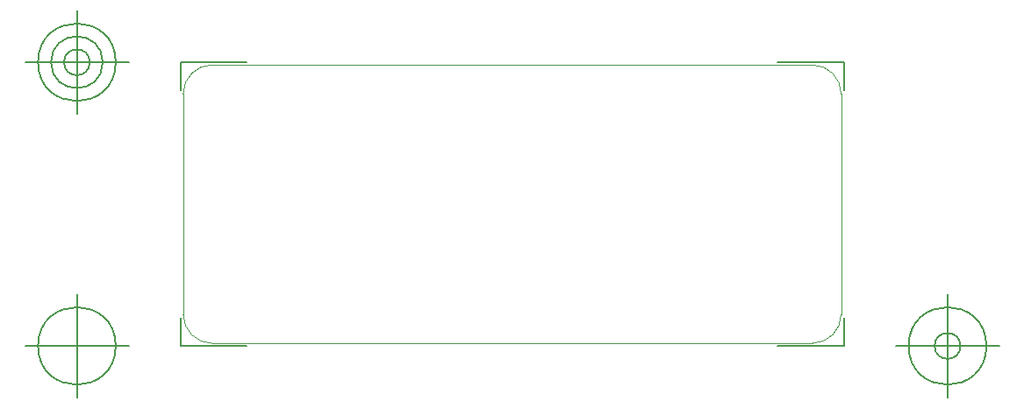
<source format=gbr>
G04 Generated by Ultiboard 14.1 *
%FSLAX34Y34*%
%MOMM*%

%ADD10C,0.0001*%
%ADD11C,0.0010*%
%ADD12C,0.1270*%


G04 ColorRGB 00FFFF for the following layer *
%LNBoard Outline*%
%LPD*%
G54D10*
G54D11*
X0Y241185D02*
X0Y28055D01*
G75*
D01*
G03X28055Y0I28055J0*
G01*
X606945Y0D01*
G75*
D01*
G03X635000Y28055I0J28055*
G01*
X635000Y241185D01*
G74*
D01*
G03X606945Y269240I28055J0*
G01*
X28055Y269240D01*
G75*
D01*
G03X0Y241185I0J-28055*
G01*
G54D12*
X-2540Y-2540D02*
X-2540Y24892D01*
X-2540Y-2540D02*
X61468Y-2540D01*
X637540Y-2540D02*
X573532Y-2540D01*
X637540Y-2540D02*
X637540Y24892D01*
X637540Y271780D02*
X637540Y244348D01*
X637540Y271780D02*
X573532Y271780D01*
X-2540Y271780D02*
X61468Y271780D01*
X-2540Y271780D02*
X-2540Y244348D01*
X-52540Y-2540D02*
X-152540Y-2540D01*
X-102540Y-52540D02*
X-102540Y47460D01*
X-140040Y-2540D02*
G75*
D01*
G02X-140040Y-2540I37500J0*
G01*
X687540Y-2540D02*
X787540Y-2540D01*
X737540Y-52540D02*
X737540Y47460D01*
X700040Y-2540D02*
G75*
D01*
G02X700040Y-2540I37500J0*
G01*
X725040Y-2540D02*
G75*
D01*
G02X725040Y-2540I12500J0*
G01*
X-52540Y271780D02*
X-152540Y271780D01*
X-102540Y221780D02*
X-102540Y321780D01*
X-140040Y271780D02*
G75*
D01*
G02X-140040Y271780I37500J0*
G01*
X-127540Y271780D02*
G75*
D01*
G02X-127540Y271780I25000J0*
G01*
X-115040Y271780D02*
G75*
D01*
G02X-115040Y271780I12500J0*
G01*

M02*

</source>
